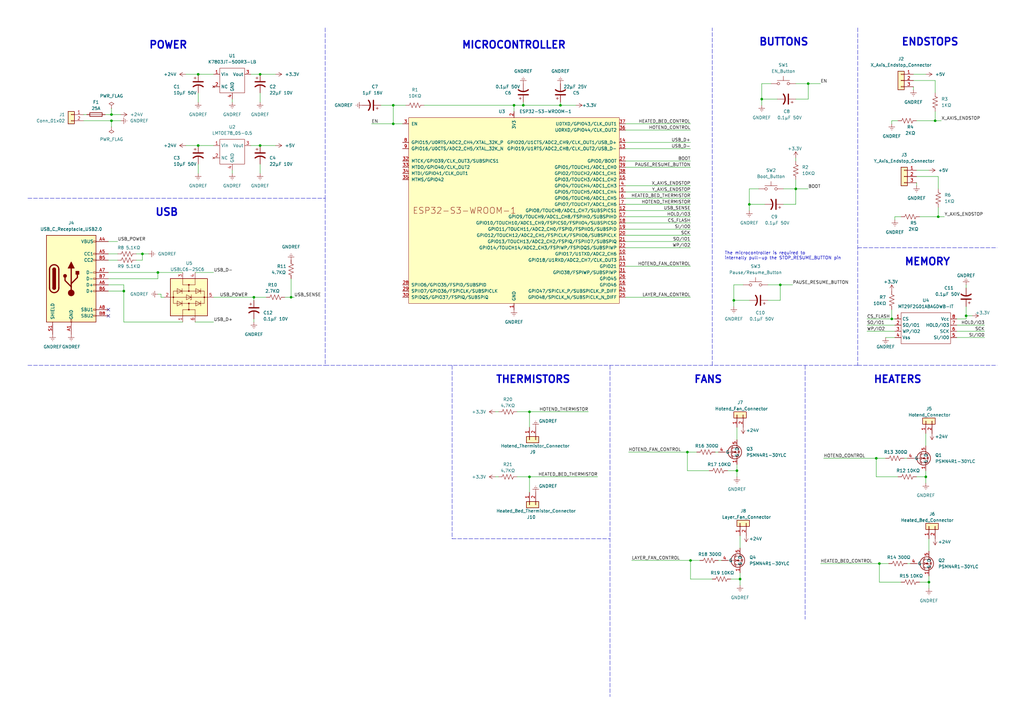
<source format=kicad_sch>
(kicad_sch (version 20230121) (generator eeschema)
  (paper "A3")
  (lib_symbols
    (symbol "Project:+24V" (power) (pin_names (offset 0))
      (property "Value" "+24V" (at 0 3.556 0))
      (symbol "+24V_1_1"
        (pin power_in line (at 0 0 90) (length 0) hide (name "+24V") (number "1"))
      )
    )
    (symbol "Project:+3.3V" (power) (pin_names (offset 0))
      (property "Value" "+3.3V" (at 0 3.556 0))
      (symbol "+3.3V_1_1"
        (pin power_in line (at 0 0 90) (length 0) hide (name "+3.3V") (number "1"))
      )
    )
    (symbol "Project:+5V" (power) (pin_names (offset 0))
      (property "Value" "+5V" (at 0 3.556 0))
      (symbol "+5V_1_1"
        (pin power_in line (at 0 0 90) (length 0) hide (name "+5V") (number "1"))
      )
    )
    (symbol "Project:C_Polarized_US" (pin_numbers hide) (pin_names (offset 0.254) hide)
      (property "Reference" "C" (at 0.635 2.54 0))
      (property "Value" "C_Polarized_US" (at 0.635 -2.54 0))
      (symbol "C_Polarized_US_1_1"
        (pin passive line (at 0 3.81 270) (length 2.794) (name "~") (number "1"))
        (pin passive line (at 0 -3.81 90) (length 3.302) (name "~") (number "2"))
      )
    )
    (symbol "Project:Conn_01x02" (pin_names (offset 1.016) hide)
      (property "Reference" "J" (at 0 2.54 0))
      (property "Value" "Conn_01x02" (at 0 -5.08 0))
      (symbol "Conn_01x02_1_1"
        (pin passive line (at -5.08 0 0) (length 3.81) (name "Pin_1") (number "1"))
        (pin passive line (at -5.08 -2.54 0) (length 3.81) (name "Pin_2") (number "2"))
      )
    )
    (symbol "Project:Conn_01x03" (pin_names (offset 1.016) hide)
      (property "Reference" "J" (at 0 5.08 0))
      (property "Value" "Conn_01x03" (at 0 -5.08 0))
      (symbol "Conn_01x03_1_1"
        (pin passive line (at -5.08 2.54 0) (length 3.81) (name "Pin_1") (number "1"))
        (pin passive line (at -5.08 0 0) (length 3.81) (name "Pin_2") (number "2"))
        (pin passive line (at -5.08 -2.54 0) (length 3.81) (name "Pin_3") (number "3"))
      )
    )
    (symbol "Project:ESP32-S3-WROOM-1" (pin_names (offset 1.016))
      (property "Reference" "U" (at -43.18 43.18 0))
      (property "Value" "ESP32-S3-WROOM-1" (at -43.18 40.64 0))
      (symbol "ESP32-S3-WROOM-1_0_0"
        (text "ESP32-S3-WROOM-1" (at -20.32 0 0) (effects (font (size 2.54 2.54))))
        (pin power_in line (at 0 -40.64 90) (length 2.54) (name "GND") (number "1"))
        (pin bidirectional line (at 45.72 -17.78 180) (length 2.54) (name "GPIO17/U1TXD/ADC2_CH6") (number "10"))
        (pin bidirectional line (at 45.72 -20.32 180) (length 2.54) (name "GPIO18/U1RXD/ADC2_CH7/CLK_OUT3") (number "11"))
        (pin bidirectional line (at 45.72 0 180) (length 2.54) (name "GPIO8/TOUCH8/ADC1_CH7/SUBSPICS1") (number "12"))
        (pin bidirectional line (at 45.72 25.4 180) (length 2.54) (name "GPIO19/U1RTS/ADC2_CH8/CLK_OUT2/USB_D-") (number "13"))
        (pin bidirectional line (at 45.72 27.94 180) (length 2.54) (name "GPIO20/U1CTS/ADC2_CH9/CLK_OUT1/USB_D+") (number "14"))
        (pin bidirectional line (at 45.72 12.7 180) (length 2.54) (name "GPIO3/TOUCH3/ADC1_CH2") (number "15"))
        (pin bidirectional line (at 45.72 -30.48 180) (length 2.54) (name "GPIO46") (number "16"))
        (pin bidirectional line (at 45.72 -2.54 180) (length 2.54) (name "GPIO9/TOUCH9/ADC1_CH8/FSPIHD/SUBSPIHD") (number "17"))
        (pin bidirectional line (at 45.72 -5.08 180) (length 2.54) (name "GPIO10/TOUCH10/ADC1_CH9/FSPICS0/FSPIIO4/SUBSPICS0") (number "18"))
        (pin bidirectional line (at 45.72 -7.62 180) (length 2.54) (name "GPIO11/TOUCH11/ADC2_CH0/FSPID/FSPIIO5/SUBSPID") (number "19"))
        (pin power_in line (at 0 40.64 270) (length 2.54) (name "3V3") (number "2"))
        (pin bidirectional line (at 45.72 -10.16 180) (length 2.54) (name "GPIO12/TOUCH12/ADC2_CH1/FSPICLK/FSPIIO6/SUBSPICLK") (number "20"))
        (pin bidirectional line (at 45.72 -12.7 180) (length 2.54) (name "GPIO13/TOUCH13/ADC2_CH2/FSPIQ/FSPIIO7/SUBSPIQ") (number "21"))
        (pin bidirectional line (at 45.72 -15.24 180) (length 2.54) (name "GPIO14/TOUCH14/ADC2_CH3/FSPIWP/FSPIDQS/SUBSPIWP") (number "22"))
        (pin bidirectional line (at 45.72 -22.86 180) (length 2.54) (name "GPIO21") (number "23"))
        (pin bidirectional line (at 45.72 -33.02 180) (length 2.54) (name "GPIO47/SPICLK_P/SUBSPICLK_P_DIFF") (number "24"))
        (pin bidirectional line (at 45.72 -35.56 180) (length 2.54) (name "GPIO48/SPICLK_N/SUBSPICLK_N_DIFF") (number "25"))
        (pin bidirectional line (at 45.72 -27.94 180) (length 2.54) (name "GPIO45") (number "26"))
        (pin bidirectional line (at 45.72 20.32 180) (length 2.54) (name "GPIO0/BOOT") (number "27"))
        (pin bidirectional line (at -45.72 -30.48 0) (length 2.54) (name "SPIIO6/GPIO35/FSPID/SUBSPID") (number "28"))
        (pin bidirectional line (at -45.72 -33.02 0) (length 2.54) (name "SPIIO7/GPIO36/FSPICLK/SUBSPICLK") (number "29"))
        (pin input line (at -45.72 35.56 0) (length 2.54) (name "EN") (number "3"))
        (pin bidirectional line (at -45.72 -35.56 0) (length 2.54) (name "SPIDQS/GPIO37/FSPIQ/SUBSPIQ") (number "30"))
        (pin bidirectional line (at 45.72 -25.4 180) (length 2.54) (name "GPIO38/FSPIWP/SUBSPIWP") (number "31"))
        (pin bidirectional line (at -45.72 20.32 0) (length 2.54) (name "MTCK/GPIO39/CLK_OUT3/SUBSPICS1") (number "32"))
        (pin bidirectional line (at -45.72 17.78 0) (length 2.54) (name "MTDO/GPIO40/CLK_OUT2") (number "33"))
        (pin bidirectional line (at -45.72 15.24 0) (length 2.54) (name "MTDI/GPIO41/CLK_OUT1") (number "34"))
        (pin bidirectional line (at -45.72 12.7 0) (length 2.54) (name "MTMS/GPIO42") (number "35"))
        (pin bidirectional line (at 45.72 33.02 180) (length 2.54) (name "U0RXD/GPIO44/CLK_OUT2") (number "36"))
        (pin bidirectional line (at 45.72 35.56 180) (length 2.54) (name "U0TXD/GPIO43/CLK_OUT1") (number "37"))
        (pin bidirectional line (at 45.72 15.24 180) (length 2.54) (name "GPIO2/TOUCH2/ADC1_CH1") (number "38"))
        (pin bidirectional line (at 45.72 17.78 180) (length 2.54) (name "GPIO1/TOUCH1/ADC1_CH0") (number "39"))
        (pin bidirectional line (at 45.72 10.16 180) (length 2.54) (name "GPIO4/TOUCH4/ADC1_CH3") (number "4"))
        (pin passive line (at 0 -40.64 90) (length 2.54) hide (name "GND") (number "40"))
        (pin passive line (at 0 -40.64 90) (length 2.54) hide (name "GND") (number "41"))
        (pin bidirectional line (at 45.72 7.62 180) (length 2.54) (name "GPIO5/TOUCH5/ADC1_CH4") (number "5"))
        (pin bidirectional line (at 45.72 5.08 180) (length 2.54) (name "GPIO6/TOUCH6/ADC1_CH5") (number "6"))
        (pin bidirectional line (at 45.72 2.54 180) (length 2.54) (name "GPIO7/TOUCH7/ADC1_CH6") (number "7"))
        (pin bidirectional line (at -45.72 27.94 0) (length 2.54) (name "GPIO15/U0RTS/ADC2_CH4/XTAL_32K_P") (number "8"))
        (pin bidirectional line (at -45.72 25.4 0) (length 2.54) (name "GPIO16/U0CTS/ADC2_CH5/XTAL_32K_N") (number "9"))
      )
    )
    (symbol "Project:Fuse" (pin_numbers hide) (pin_names (offset 0))
      (property "Reference" "F" (at 2.032 0 90))
      (property "Value" "Fuse" (at -1.905 0 90))
      (symbol "Fuse_1_1"
        (pin passive line (at 0 3.81 270) (length 1.27) (name "~") (number "1"))
        (pin passive line (at 0 -3.81 90) (length 1.27) (name "~") (number "2"))
      )
    )
    (symbol "Project:GNDREF" (power) (pin_names (offset 0))
      (property "Value" "GNDREF" (at 0 -3.81 0))
      (symbol "GNDREF_1_1"
        (pin power_in line (at 0 0 270) (length 0) hide (name "GNDREF") (number "1"))
      )
    )
    (symbol "Project:K7803JT-500R3-LB"
      (property "Reference" "U" (at 0 10.16 0))
      (property "Value" "K7803JT-500R3-LB" (at 0 7.62 0))
      (symbol "K7803JT-500R3-LB_1_1"
        (pin power_in line (at -7.62 2.54 0) (length 2.54) (name "Vin") (number "1"))
        (pin no_connect line (at -7.62 -2.54 0) (length 2.54) (name "NC") (number "2"))
        (pin power_out line (at 7.62 2.54 180) (length 2.54) (name "Vout") (number "3"))
        (pin power_in line (at 0 -7.62 90) (length 2.54) (name "GND") (number "4"))
      )
    )
    (symbol "Project:LMTOE78_05-0.5"
      (property "Reference" "U" (at 0 8.89 0))
      (property "Value" "LMTOE78_05-0.5" (at 0 6.35 0))
      (symbol "LMTOE78_05-0.5_1_1"
        (pin power_in line (at -7.62 2.54 0) (length 2.54) (name "Vin") (number "1"))
        (pin no_connect line (at -7.62 -2.54 0) (length 2.54) (name "NC") (number "2"))
        (pin power_out line (at 7.62 2.54 180) (length 2.54) (name "Vout") (number "3"))
        (pin power_in line (at 0 -7.62 90) (length 2.54) (name "GND") (number "4"))
      )
    )
    (symbol "Project:MT29F2G01ABAGDWB-IT"
      (property "Reference" "U" (at 0 10.16 0))
      (property "Value" "MT29F2G01ABAGDWB-IT" (at 0 7.62 0))
      (symbol "MT29F2G01ABAGDWB-IT_1_1"
        (pin input line (at -12.7 2.54 0) (length 2.54) (name "CS") (number "1"))
        (pin bidirectional line (at -12.7 0 0) (length 2.54) (name "SO/IO1") (number "2"))
        (pin bidirectional line (at -12.7 -2.54 0) (length 2.54) (name "WP/IO2") (number "3"))
        (pin power_in line (at -12.7 -5.08 0) (length 2.54) (name "Vss") (number "4"))
        (pin bidirectional line (at 12.7 -5.08 180) (length 2.54) (name "SI/IO0") (number "5"))
        (pin input line (at 12.7 -2.54 180) (length 2.54) (name "SCK") (number "6"))
        (pin bidirectional line (at 12.7 0 180) (length 2.54) (name "HOLD/IO3") (number "7"))
        (pin power_in line (at 12.7 2.54 180) (length 2.54) (name "Vcc") (number "8"))
      )
    )
    (symbol "Project:PSMN4R1-30YLC"
      (property "Reference" "Q" (at 6.35 2.54 0))
      (property "Value" "PSMN4R1-30YLC" (at 13.97 0 0))
      (symbol "PSMN4R1-30YLC_1_1"
        (pin passive line (at 2.54 -5.08 90) (length 2.54) (name "S") (number "1"))
        (pin passive line (at 2.54 -5.08 90) (length 2.54) hide (name "S") (number "2"))
        (pin passive line (at 2.54 -5.08 90) (length 2.54) hide (name "S") (number "3"))
        (pin passive line (at -5.08 0 0) (length 2.54) (name "G") (number "4"))
        (pin passive line (at 2.54 5.08 270) (length 2.54) (name "D") (number "5"))
      )
    )
    (symbol "Project:PWR_FLAG" (power) (pin_numbers hide) (pin_names (offset 0) hide)
      (property "Value" "PWR_FLAG" (at 0 3.81 0))
      (symbol "PWR_FLAG_0_0"
        (pin power_out line (at 0 0 90) (length 0) (name "pwr") (number "1"))
      )
    )
    (symbol "Project:R_US" (pin_numbers hide) (pin_names (offset 0))
      (property "Reference" "R" (at 2.54 0 90))
      (property "Value" "R_US" (at -2.54 0 90))
      (symbol "R_US_1_1"
        (pin passive line (at 0 3.81 270) (length 1.27) (name "~") (number "1"))
        (pin passive line (at 0 -3.81 90) (length 1.27) (name "~") (number "2"))
      )
    )
    (symbol "Project:SW_Push" (pin_numbers hide) (pin_names (offset 1.016) hide)
      (property "Reference" "SW" (at 1.27 2.54 0))
      (property "Value" "SW_Push" (at 0 -1.524 0))
      (symbol "SW_Push_0_1"
        (pin passive line (at -5.08 0 0) (length 2.54) (name "1") (number "1"))
        (pin passive line (at 5.08 0 180) (length 2.54) (name "2") (number "2"))
      )
    )
    (symbol "Project:USBLC6-2SC6" (pin_names hide)
      (property "Reference" "U" (at 2.54 8.89 0))
      (property "Value" "USBLC6-2SC6" (at 2.54 -8.89 0))
      (symbol "USBLC6-2SC6_1_1"
        (pin passive line (at -10.16 -2.54 0) (length 2.54) (name "I/O1") (number "1"))
        (pin passive line (at 0 -10.16 90) (length 2.54) (name "GND") (number "2"))
        (pin passive line (at 10.16 -2.54 180) (length 2.54) (name "I/O2") (number "3"))
        (pin passive line (at 10.16 2.54 180) (length 2.54) (name "I/O2") (number "4"))
        (pin passive line (at 0 10.16 270) (length 2.54) (name "VBUS") (number "5"))
        (pin passive line (at -10.16 2.54 0) (length 2.54) (name "I/O1") (number "6"))
      )
    )
    (symbol "Project:USB_C_Receptacle_USB2.0" (pin_names (offset 1.016))
      (property "Reference" "J" (at -10.16 19.05 0))
      (property "Value" "USB_C_Receptacle_USB2.0" (at 19.05 19.05 0))
      (symbol "USB_C_Receptacle_USB2.0_1_1"
        (pin passive line (at 0 -22.86 90) (length 5.08) (name "GND") (number "A1"))
        (pin passive line (at 0 -22.86 90) (length 5.08) hide (name "GND") (number "A12"))
        (pin passive line (at 15.24 15.24 180) (length 5.08) (name "VBUS") (number "A4"))
        (pin bidirectional line (at 15.24 10.16 180) (length 5.08) (name "CC1") (number "A5"))
        (pin bidirectional line (at 15.24 -2.54 180) (length 5.08) (name "D+") (number "A6"))
        (pin bidirectional line (at 15.24 2.54 180) (length 5.08) (name "D-") (number "A7"))
        (pin bidirectional line (at 15.24 -12.7 180) (length 5.08) (name "SBU1") (number "A8"))
        (pin passive line (at 15.24 15.24 180) (length 5.08) hide (name "VBUS") (number "A9"))
        (pin passive line (at 0 -22.86 90) (length 5.08) hide (name "GND") (number "B1"))
        (pin passive line (at 0 -22.86 90) (length 5.08) hide (name "GND") (number "B12"))
        (pin passive line (at 15.24 15.24 180) (length 5.08) hide (name "VBUS") (number "B4"))
        (pin bidirectional line (at 15.24 7.62 180) (length 5.08) (name "CC2") (number "B5"))
        (pin bidirectional line (at 15.24 -5.08 180) (length 5.08) (name "D+") (number "B6"))
        (pin bidirectional line (at 15.24 0 180) (length 5.08) (name "D-") (number "B7"))
        (pin bidirectional line (at 15.24 -15.24 180) (length 5.08) (name "SBU2") (number "B8"))
        (pin passive line (at 15.24 15.24 180) (length 5.08) hide (name "VBUS") (number "B9"))
        (pin passive line (at -7.62 -22.86 90) (length 5.08) (name "SHIELD") (number "S1"))
      )
    )
  )
  (junction (at 106.68 30.48))
  (junction (at 217.17 195.58))
  (junction (at 50.8 119.38))
  (junction (at 331.47 34.29))
  (junction (at 307.34 83.82))
  (junction (at 64.77 111.76))
  (junction (at 45.72 46.99))
  (junction (at 45.72 49.53))
  (junction (at 104.14 121.92))
  (junction (at 210.82 43.18))
  (junction (at 119.38 121.92))
  (junction (at 161.29 43.18))
  (junction (at 365.76 130.81))
  (junction (at 396.24 129.54))
  (junction (at 229.87 43.18))
  (junction (at 283.21 229.87))
  (junction (at 381 238.76))
  (junction (at 384.81 88.9))
  (junction (at 379.73 195.58))
  (junction (at 360.68 231.14))
  (junction (at 312.42 40.64))
  (junction (at 300.99 123.19))
  (junction (at 303.53 237.49))
  (junction (at 326.39 77.47))
  (junction (at 281.94 185.42))
  (junction (at 383.54 49.53))
  (junction (at 359.41 187.96))
  (junction (at 106.68 59.69))
  (junction (at 302.26 193.04))
  (junction (at 81.28 30.48))
  (junction (at 217.17 168.91))
  (junction (at 161.29 50.8))
  (junction (at 58.42 104.14))
  (junction (at 320.04 116.84))
  (junction (at 214.63 43.18))
  (junction (at 81.28 59.69))
  (no_connect (at 44.45 129.54))
  (no_connect (at 44.45 127))
  (wire (pts (xy 360.68 238.76) (xy 360.68 231.14)))
  (wire (pts (xy 256.54 66.04) (xy 283.21 66.04)))
  (wire (pts (xy 365.76 130.81) (xy 367.03 130.81)))
  (wire (pts (xy 396.24 116.84) (xy 396.24 118.11)))
  (wire (pts (xy 283.21 229.87) (xy 287.02 229.87)))
  (wire (pts (xy 104.14 123.19) (xy 104.14 121.92)))
  (wire (pts (xy 67.31 121.92) (xy 66.04 121.92)))
  (wire (pts (xy 87.63 121.92) (xy 104.14 121.92)))
  (wire (pts (xy 161.29 43.18) (xy 166.37 43.18)))
  (wire (pts (xy 161.29 50.8) (xy 161.29 43.18)))
  (wire (pts (xy 256.54 93.98) (xy 283.21 93.98)))
  (wire (pts (xy 369.57 238.76) (xy 360.68 238.76)))
  (wire (pts (xy 337.82 187.96) (xy 359.41 187.96)))
  (wire (pts (xy 34.29 46.99) (xy 35.56 46.99)))
  (wire (pts (xy 375.92 72.39) (xy 384.81 72.39)))
  (polyline (pts (xy 133.35 81.28) (xy 133.35 149.86)) (stroke (width 0) (type dash)))
  (wire (pts (xy 64.77 114.3) (xy 64.77 111.76)))
  (polyline (pts (xy 351.79 149.86) (xy 408.94 149.86)) (stroke (width 0) (type dash)))
  (wire (pts (xy 81.28 30.48) (xy 87.63 30.48)))
  (wire (pts (xy 368.3 195.58) (xy 359.41 195.58)))
  (wire (pts (xy 320.04 123.19) (xy 320.04 116.84)))
  (wire (pts (xy 379.73 177.8) (xy 379.73 182.88)))
  (wire (pts (xy 321.31 77.47) (xy 326.39 77.47)))
  (wire (pts (xy 281.94 193.04) (xy 281.94 185.42)))
  (wire (pts (xy 374.65 33.02) (xy 383.54 33.02)))
  (wire (pts (xy 292.1 237.49) (xy 283.21 237.49)))
  (wire (pts (xy 256.54 88.9) (xy 283.21 88.9)))
  (wire (pts (xy 384.81 72.39) (xy 384.81 77.47)))
  (wire (pts (xy 256.54 81.28) (xy 283.21 81.28)))
  (wire (pts (xy 300.99 116.84) (xy 304.8 116.84)))
  (wire (pts (xy 256.54 68.58) (xy 283.21 68.58)))
  (polyline (pts (xy 351.79 101.6) (xy 408.94 101.6)) (stroke (width 0) (type dash)))
  (wire (pts (xy 336.55 231.14) (xy 360.68 231.14)))
  (wire (pts (xy 44.45 106.68) (xy 48.26 106.68)))
  (wire (pts (xy 307.34 77.47) (xy 311.15 77.47)))
  (wire (pts (xy 214.63 41.91) (xy 214.63 43.18)))
  (polyline (pts (xy 11.43 149.86) (xy 133.35 149.86)) (stroke (width 0) (type dash)))
  (polyline (pts (xy 11.43 81.28) (xy 133.35 81.28)) (stroke (width 0) (type dash)))
  (wire (pts (xy 375.92 49.53) (xy 383.54 49.53)))
  (wire (pts (xy 281.94 185.42) (xy 285.75 185.42)))
  (wire (pts (xy 326.39 73.66) (xy 326.39 77.47)))
  (wire (pts (xy 152.4 50.8) (xy 161.29 50.8)))
  (wire (pts (xy 58.42 104.14) (xy 60.96 104.14)))
  (wire (pts (xy 365.76 127) (xy 365.76 130.81)))
  (wire (pts (xy 102.87 59.69) (xy 106.68 59.69)))
  (wire (pts (xy 302.26 175.26) (xy 302.26 180.34)))
  (wire (pts (xy 256.54 76.2) (xy 283.21 76.2)))
  (wire (pts (xy 355.6 135.89) (xy 367.03 135.89)))
  (wire (pts (xy 76.2 59.69) (xy 81.28 59.69)))
  (wire (pts (xy 396.24 125.73) (xy 396.24 129.54)))
  (wire (pts (xy 34.29 49.53) (xy 45.72 49.53)))
  (wire (pts (xy 66.04 120.65) (xy 64.77 120.65)))
  (wire (pts (xy 256.54 83.82) (xy 283.21 83.82)))
  (wire (pts (xy 367.03 88.9) (xy 369.57 88.9)))
  (wire (pts (xy 392.43 133.35) (xy 403.86 133.35)))
  (wire (pts (xy 44.45 119.38) (xy 50.8 119.38)))
  (wire (pts (xy 372.11 231.14) (xy 373.38 231.14)))
  (wire (pts (xy 375.92 74.93) (xy 375.92 76.2)))
  (wire (pts (xy 331.47 34.29) (xy 336.55 34.29)))
  (wire (pts (xy 302.26 190.5) (xy 302.26 193.04)))
  (wire (pts (xy 212.09 195.58) (xy 217.17 195.58)))
  (wire (pts (xy 303.53 219.71) (xy 303.53 224.79)))
  (wire (pts (xy 326.39 40.64) (xy 331.47 40.64)))
  (wire (pts (xy 81.28 38.1) (xy 81.28 41.91)))
  (wire (pts (xy 256.54 50.8) (xy 283.21 50.8)))
  (wire (pts (xy 44.45 99.06) (xy 48.26 99.06)))
  (wire (pts (xy 256.54 78.74) (xy 283.21 78.74)))
  (wire (pts (xy 64.77 111.76) (xy 74.93 111.76)))
  (wire (pts (xy 256.54 121.92) (xy 283.21 121.92)))
  (wire (pts (xy 106.68 30.48) (xy 113.03 30.48)))
  (wire (pts (xy 217.17 168.91) (xy 217.17 175.26)))
  (wire (pts (xy 290.83 193.04) (xy 281.94 193.04)))
  (wire (pts (xy 314.96 123.19) (xy 320.04 123.19)))
  (polyline (pts (xy 292.1 149.86) (xy 292.1 11.43)) (stroke (width 0) (type dash)))
  (wire (pts (xy 302.26 193.04) (xy 302.26 195.58)))
  (wire (pts (xy 370.84 187.96) (xy 372.11 187.96)))
  (wire (pts (xy 314.96 116.84) (xy 320.04 116.84)))
  (polyline (pts (xy 185.42 220.98) (xy 250.19 220.98)) (stroke (width 0) (type dash)))
  (wire (pts (xy 256.54 58.42) (xy 283.21 58.42)))
  (wire (pts (xy 104.14 130.81) (xy 104.14 132.08)))
  (wire (pts (xy 298.45 193.04) (xy 302.26 193.04)))
  (wire (pts (xy 256.54 109.22) (xy 283.21 109.22)))
  (wire (pts (xy 203.2 195.58) (xy 204.47 195.58)))
  (wire (pts (xy 106.68 67.31) (xy 106.68 71.12)))
  (wire (pts (xy 50.8 119.38) (xy 50.8 132.08)))
  (wire (pts (xy 398.78 129.54) (xy 396.24 129.54)))
  (wire (pts (xy 379.73 195.58) (xy 379.73 198.12)))
  (wire (pts (xy 374.65 30.48) (xy 379.73 30.48)))
  (wire (pts (xy 381 236.22) (xy 381 238.76)))
  (wire (pts (xy 396.24 129.54) (xy 396.24 130.81)))
  (wire (pts (xy 294.64 229.87) (xy 295.91 229.87)))
  (wire (pts (xy 256.54 101.6) (xy 283.21 101.6)))
  (wire (pts (xy 326.39 64.77) (xy 326.39 66.04)))
  (wire (pts (xy 81.28 59.69) (xy 87.63 59.69)))
  (wire (pts (xy 217.17 195.58) (xy 245.11 195.58)))
  (wire (pts (xy 300.99 116.84) (xy 300.99 123.19)))
  (wire (pts (xy 217.17 195.58) (xy 217.17 201.93)))
  (wire (pts (xy 307.34 83.82) (xy 313.69 83.82)))
  (wire (pts (xy 257.81 185.42) (xy 281.94 185.42)))
  (wire (pts (xy 116.84 121.92) (xy 119.38 121.92)))
  (wire (pts (xy 300.99 123.19) (xy 300.99 125.73)))
  (wire (pts (xy 58.42 106.68) (xy 58.42 104.14)))
  (wire (pts (xy 392.43 138.43) (xy 403.86 138.43)))
  (wire (pts (xy 384.81 88.9) (xy 387.35 88.9)))
  (wire (pts (xy 367.03 90.17) (xy 367.03 88.9)))
  (wire (pts (xy 392.43 130.81) (xy 396.24 130.81)))
  (wire (pts (xy 119.38 121.92) (xy 120.65 121.92)))
  (polyline (pts (xy 330.2 149.86) (xy 330.2 254)) (stroke (width 0) (type dash)))
  (wire (pts (xy 326.39 83.82) (xy 326.39 77.47)))
  (polyline (pts (xy 133.35 149.86) (xy 292.1 149.86)) (stroke (width 0) (type dash)))
  (wire (pts (xy 217.17 168.91) (xy 241.3 168.91)))
  (wire (pts (xy 360.68 231.14) (xy 364.49 231.14)))
  (wire (pts (xy 256.54 91.44) (xy 283.21 91.44)))
  (wire (pts (xy 256.54 96.52) (xy 283.21 96.52)))
  (wire (pts (xy 50.8 132.08) (xy 74.93 132.08)))
  (polyline (pts (xy 250.19 149.86) (xy 250.19 285.75)) (stroke (width 0) (type dash)))
  (wire (pts (xy 44.45 111.76) (xy 64.77 111.76)))
  (wire (pts (xy 212.09 168.91) (xy 217.17 168.91)))
  (wire (pts (xy 293.37 185.42) (xy 294.64 185.42)))
  (wire (pts (xy 44.45 116.84) (xy 50.8 116.84)))
  (wire (pts (xy 283.21 237.49) (xy 283.21 229.87)))
  (polyline (pts (xy 185.42 149.86) (xy 185.42 220.98)) (stroke (width 0) (type dash)))
  (wire (pts (xy 312.42 34.29) (xy 312.42 40.64)))
  (wire (pts (xy 80.01 132.08) (xy 87.63 132.08)))
  (wire (pts (xy 203.2 168.91) (xy 204.47 168.91)))
  (wire (pts (xy 106.68 59.69) (xy 113.03 59.69)))
  (polyline (pts (xy 133.35 11.43) (xy 133.35 81.28)) (stroke (width 0) (type dash)))
  (wire (pts (xy 384.81 85.09) (xy 384.81 88.9)))
  (wire (pts (xy 55.88 104.14) (xy 58.42 104.14)))
  (wire (pts (xy 365.76 50.8) (xy 365.76 49.53)))
  (wire (pts (xy 375.92 195.58) (xy 379.73 195.58)))
  (wire (pts (xy 383.54 33.02) (xy 383.54 38.1)))
  (wire (pts (xy 320.04 116.84) (xy 325.12 116.84)))
  (wire (pts (xy 377.19 88.9) (xy 384.81 88.9)))
  (wire (pts (xy 156.21 43.18) (xy 161.29 43.18)))
  (wire (pts (xy 256.54 53.34) (xy 283.21 53.34)))
  (wire (pts (xy 312.42 40.64) (xy 312.42 43.18)))
  (wire (pts (xy 229.87 41.91) (xy 229.87 43.18)))
  (polyline (pts (xy 351.79 11.43) (xy 351.79 149.86)) (stroke (width 0) (type dash)))
  (wire (pts (xy 45.72 49.53) (xy 45.72 52.07)))
  (wire (pts (xy 44.45 104.14) (xy 48.26 104.14)))
  (wire (pts (xy 256.54 60.96) (xy 283.21 60.96)))
  (wire (pts (xy 102.87 30.48) (xy 106.68 30.48)))
  (wire (pts (xy 44.45 114.3) (xy 64.77 114.3)))
  (wire (pts (xy 312.42 34.29) (xy 316.23 34.29)))
  (wire (pts (xy 377.19 238.76) (xy 381 238.76)))
  (wire (pts (xy 45.72 49.53) (xy 49.53 49.53)))
  (wire (pts (xy 81.28 67.31) (xy 81.28 71.12)))
  (wire (pts (xy 43.18 46.99) (xy 45.72 46.99)))
  (wire (pts (xy 95.25 69.85) (xy 95.25 71.12)))
  (wire (pts (xy 355.6 133.35) (xy 367.03 133.35)))
  (wire (pts (xy 95.25 40.64) (xy 95.25 41.91)))
  (wire (pts (xy 236.22 43.18) (xy 229.87 43.18)))
  (wire (pts (xy 326.39 34.29) (xy 331.47 34.29)))
  (wire (pts (xy 303.53 237.49) (xy 303.53 240.03)))
  (wire (pts (xy 300.99 123.19) (xy 307.34 123.19)))
  (wire (pts (xy 331.47 40.64) (xy 331.47 34.29)))
  (wire (pts (xy 307.34 83.82) (xy 307.34 86.36)))
  (wire (pts (xy 299.72 237.49) (xy 303.53 237.49)))
  (wire (pts (xy 106.68 38.1) (xy 106.68 41.91)))
  (wire (pts (xy 307.34 77.47) (xy 307.34 83.82)))
  (wire (pts (xy 173.99 43.18) (xy 210.82 43.18)))
  (wire (pts (xy 80.01 111.76) (xy 87.63 111.76)))
  (wire (pts (xy 256.54 99.06) (xy 283.21 99.06)))
  (wire (pts (xy 50.8 116.84) (xy 50.8 119.38)))
  (wire (pts (xy 76.2 30.48) (xy 81.28 30.48)))
  (wire (pts (xy 119.38 121.92) (xy 119.38 114.3)))
  (wire (pts (xy 45.72 46.99) (xy 49.53 46.99)))
  (wire (pts (xy 312.42 40.64) (xy 318.77 40.64)))
  (wire (pts (xy 381 220.98) (xy 381 226.06)))
  (wire (pts (xy 66.04 121.92) (xy 66.04 120.65)))
  (wire (pts (xy 383.54 45.72) (xy 383.54 49.53)))
  (wire (pts (xy 375.92 69.85) (xy 381 69.85)))
  (wire (pts (xy 45.72 44.45) (xy 45.72 46.99)))
  (wire (pts (xy 326.39 77.47) (xy 331.47 77.47)))
  (wire (pts (xy 321.31 83.82) (xy 326.39 83.82)))
  (wire (pts (xy 256.54 86.36) (xy 283.21 86.36)))
  (wire (pts (xy 383.54 49.53) (xy 386.08 49.53)))
  (wire (pts (xy 104.14 121.92) (xy 109.22 121.92)))
  (wire (pts (xy 165.1 50.8) (xy 161.29 50.8)))
  (wire (pts (xy 210.82 43.18) (xy 210.82 45.72)))
  (wire (pts (xy 365.76 49.53) (xy 368.3 49.53)))
  (wire (pts (xy 363.22 138.43) (xy 367.03 138.43)))
  (wire (pts (xy 229.87 43.18) (xy 214.63 43.18)))
  (wire (pts (xy 392.43 135.89) (xy 403.86 135.89)))
  (wire (pts (xy 55.88 106.68) (xy 58.42 106.68)))
  (wire (pts (xy 374.65 35.56) (xy 374.65 36.83)))
  (wire (pts (xy 379.73 193.04) (xy 379.73 195.58)))
  (wire (pts (xy 359.41 187.96) (xy 363.22 187.96)))
  (wire (pts (xy 303.53 234.95) (xy 303.53 237.49)))
  (wire (pts (xy 259.08 229.87) (xy 283.21 229.87)))
  (wire (pts (xy 359.41 195.58) (xy 359.41 187.96)))
  (wire (pts (xy 355.6 130.81) (xy 365.76 130.81)))
  (polyline (pts (xy 351.79 149.86) (xy 292.1 149.86)) (stroke (width 0) (type dash)))
  (wire (pts (xy 381 238.76) (xy 381 241.3)))
  (wire (pts (xy 210.82 43.18) (xy 214.63 43.18)))
  (text "FANS" (at 284.48 157.48 0) (effects (font (size 3 3) bold) (justify left bottom)))
  (text "USB" (at 63.5 88.9 0) (effects (font (size 3 3) bold) (justify left bottom)))
  (text "The microcontroller is required to\ninternally pull-up the STOP_RESUME_BUTTON pin" (at 297.18 106.68 0) (effects (font (size 1.27 1.27)) (justify left bottom)))
  (text "MICROCONTROLLER" (at 189.23 20.32 0) (effects (font (size 3 3) bold) (justify left bottom)))
  (text "ENDSTOPS" (at 369.57 19.05 0) (effects (font (size 3 3) bold) (justify left bottom)))
  (text "HEATERS" (at 358.14 157.48 0) (effects (font (size 3 3) bold) (justify left bottom)))
  (text "BUTTONS" (at 311.15 19.05 0) (effects (font (size 3 3) bold) (justify left bottom)))
  (text "MEMORY" (at 370.84 109.22 0) (effects (font (size 3 3) bold) (justify left bottom)))
  (text "THERMISTORS" (at 203.2 157.48 0) (effects (font (size 3 3) bold) (justify left bottom)))
  (text "POWER" (at 60.96 20.32 0) (effects (font (size 3 3) bold) (justify left bottom)))
  (label "HEATED_BED_CONTROL" (at 283.21 50.8 180))
  (label "USB_D-" (at 283.21 60.96 180))
  (label "SO{slash}IO1" (at 355.6 133.35 0))
  (label "USB_POWER" (at 48.26 99.06 0))
  (label "USB_D-" (at 87.63 111.76 0))
  (label "LAYER_FAN_CONTROL" (at 283.21 121.92 180))
  (label "SCK" (at 283.21 96.52 180))
  (label "WP{slash}IO2" (at 355.6 135.89 0))
  (label "BOOT" (at 283.21 66.04 180))
  (label "HOTEND_FAN_CONTROL" (at 283.21 109.22 180))
  (label "HOTEND_CONTROL" (at 337.82 187.96 0))
  (label "SI{slash}IO0" (at 283.21 93.98 180))
  (label "SO{slash}IO1" (at 283.21 99.06 180))
  (label "X_AXIS_ENDSTOP" (at 386.08 49.53 0))
  (label "CS_FLASH" (at 283.21 91.44 180))
  (label "X_AXIS_ENDSTOP" (at 283.21 76.2 180))
  (label "HOLD{slash}IO3" (at 283.21 88.9 180))
  (label "HOTEND_THERMISTOR" (at 241.3 168.91 180))
  (label "WP{slash}IO2" (at 283.21 101.6 180))
  (label "HEATED_BED_THERMISTOR" (at 245.11 195.58 180))
  (label "HEATED_BED_CONTROL" (at 336.55 231.14 0))
  (label "USB_POWER" (at 90.17 121.92 0))
  (label "USB_D+" (at 283.21 58.42 180))
  (label "USB_SENSE" (at 283.21 86.36 180))
  (label "BOOT" (at 331.47 77.47 0))
  (label "LAYER_FAN_CONTROL" (at 259.08 229.87 0))
  (label "USB_SENSE" (at 120.65 121.92 0))
  (label "PAUSE_RESUME_BUTTON" (at 325.12 116.84 0))
  (label "HOTEND_THERMISTOR" (at 283.21 83.82 180))
  (label "EN" (at 152.4 50.8 0))
  (label "EN" (at 336.55 34.29 0))
  (label "Y_AXIS_ENDSTOP" (at 387.35 88.9 0))
  (label "CS_FLASH" (at 355.6 130.81 0))
  (label "HOTEND_FAN_CONTROL" (at 257.81 185.42 0))
  (label "HOLD{slash}IO3" (at 403.86 133.35 180))
  (label "HEATED_BED_THERMISTOR" (at 283.21 81.28 180))
  (label "PAUSE_RESUME_BUTTON" (at 283.21 68.58 180))
  (label "SI{slash}IO0" (at 403.86 138.43 180))
  (label "USB_D+" (at 87.63 132.08 0))
  (label "Y_AXIS_ENDSTOP" (at 283.21 78.74 180))
  (label "HOTEND_CONTROL" (at 283.21 53.34 180))
  (label "SCK" (at 403.86 135.89 180))
  (symbol (lib_id "Project:PWR_FLAG") (at 45.72 52.07 0) (mirror x) (unit 1)
    (property "Reference" "#FLG02" (effects hide))
    (property "Value" "PWR_FLAG" (at 45.72 57.15 0))
  )
  (symbol (lib_id "Project:Conn_01x02") (at 379.73 172.72 90) (unit 1)
    (property "Reference" "J5" (at 382.27 167.64 90) (effects (justify left)))
    (property "Value" "Hotend_Connector" (at 389.89 170.18 90) (effects (justify left)))
  )
  (symbol (lib_id "Project:+3.3V") (at 203.2 168.91 90) (unit 1)
    (property "Reference" "#PWR046" (effects hide))
    (property "Value" "+3.3V" (at 199.39 168.91 90) (effects (justify left)))
  )
  (symbol (lib_id "Project:GNDREF") (at 219.71 175.26 180) (unit 1)
    (property "Reference" "#PWR047" (effects hide))
    (property "Value" "GNDREF" (at 224.79 172.72 0))
  )
  (symbol (lib_id "Project:GNDREF") (at 104.14 132.08 0) (unit 1)
    (property "Reference" "#PWR036" (effects hide))
    (property "Value" "GNDREF" (at 104.14 137.16 0))
  )
  (symbol (lib_id "Project:R_US") (at 372.11 49.53 270) (unit 1)
    (property "Reference" "R4" (at 373.38 52.07 90))
    (property "Value" "2KΩ" (at 373.38 54.61 90))
  )
  (symbol (lib_id "Project:GNDREF") (at 363.22 138.43 0) (mirror y) (unit 1)
    (property "Reference" "#PWR030" (effects hide))
    (property "Value" "GNDREF" (at 363.22 142.24 0))
  )
  (symbol (lib_id "Project:+3.3V") (at 236.22 43.18 270) (mirror x) (unit 1)
    (property "Reference" "#PWR013" (effects hide))
    (property "Value" "+3.3V" (at 238.76 43.18 90) (effects (justify left)))
  )
  (symbol (lib_id "Project:GNDREF") (at 365.76 50.8 0) (mirror y) (unit 1)
    (property "Reference" "#PWR024" (effects hide))
    (property "Value" "GNDREF" (at 365.76 55.88 0))
  )
  (symbol (lib_id "Project:GNDREF") (at 396.24 116.84 0) (mirror x) (unit 1)
    (property "Reference" "#PWR029" (effects hide))
    (property "Value" "GNDREF" (at 396.24 113.03 0))
  )
  (symbol (lib_id "Project:+5V") (at 113.03 59.69 270) (unit 1)
    (property "Reference" "#PWR012" (effects hide))
    (property "Value" "+5V" (at 116.84 59.69 90) (effects (justify left)))
  )
  (symbol (lib_id "Project:GNDREF") (at 81.28 41.91 0) (unit 1)
    (property "Reference" "#PWR05" (effects hide))
    (property "Value" "GNDREF" (at 81.28 46.99 0))
  )
  (symbol (lib_id "Project:GNDREF") (at 379.73 198.12 0) (unit 1)
    (property "Reference" "#PWR038" (effects hide))
    (property "Value" "GNDREF" (at 379.73 203.2 0))
  )
  (symbol (lib_id "Project:R_US") (at 295.91 237.49 90) (unit 1)
    (property "Reference" "R19" (at 293.37 234.95 90))
    (property "Value" "10KΩ" (at 298.45 234.95 90))
  )
  (symbol (lib_id "Project:R_US") (at 113.03 121.92 270) (unit 1)
    (property "Reference" "R10" (at 111.76 116.84 90))
    (property "Value" "2.7KΩ" (at 111.76 119.38 90))
  )
  (symbol (lib_id "Project:C_Polarized_US") (at 214.63 38.1 0) (mirror x) (unit 1)
    (property "Reference" "C6" (at 207.01 38.1 0) (effects (justify left)))
    (property "Value" "0.1µF 50V" (at 203.2 35.56 0) (effects (justify left)))
  )
  (symbol (lib_id "Project:MT29F2G01ABAGDWB-IT") (at 379.73 133.35 0) (unit 1)
    (property "Reference" "U4" (at 379.73 123.19 0))
    (property "Value" "MT29F2G01ABAGDWB-IT" (at 379.73 125.73 0))
    (property "Datasheet" "https://datasheet.lcsc.com/lcsc/1912111437_Micron-Tech-MT29F2G01ABAGDWB-IT-G_C410863.pdf" (effects hide))
  )
  (symbol (lib_id "Project:C_Polarized_US") (at 106.68 63.5 0) (unit 1)
    (property "Reference" "C4" (at 110.49 64.77 0) (effects (justify left)))
    (property "Value" "22µF 10V" (at 110.49 67.31 0) (effects (justify left)))
  )
  (symbol (lib_id "Project:C_Polarized_US") (at 81.28 34.29 0) (unit 1)
    (property "Reference" "C1" (at 71.12 35.56 0) (effects (justify left)))
    (property "Value" "10µF 50V" (at 71.12 38.1 0) (effects (justify left)))
  )
  (symbol (lib_id "Project:R_US") (at 170.18 43.18 90) (unit 1)
    (property "Reference" "R1" (at 170.18 36.83 90))
    (property "Value" "10KΩ" (at 170.18 39.37 90))
  )
  (symbol (lib_id "Project:USB_C_Receptacle_USB2.0") (at 29.21 114.3 0) (unit 1)
    (property "Reference" "J4" (at 29.21 91.44 0))
    (property "Value" "USB_C_Receptacle_USB2.0" (at 29.21 93.98 0))
    (property "Datasheet" "https://www.usb.org/sites/default/files/documents/usb_type-c.zip" (effects hide))
  )
  (symbol (lib_id "Project:R_US") (at 52.07 104.14 90) (unit 1)
    (property "Reference" "R8" (at 49.53 101.6 90))
    (property "Value" "5.1KΩ" (at 54.61 101.6 90))
  )
  (symbol (lib_id "Project:GNDREF") (at 60.96 104.14 90) (unit 1)
    (property "Reference" "#PWR034" (effects hide))
    (property "Value" "GNDREF" (at 64.77 104.14 90) (effects (justify right)))
  )
  (symbol (lib_id "Project:C_Polarized_US") (at 152.4 43.18 270) (mirror x) (unit 1)
    (property "Reference" "C7" (at 152.4 35.56 90) (effects (justify left)))
    (property "Value" "1µF 16V" (at 148.59 38.1 90) (effects (justify left)))
  )
  (symbol (lib_id "Project:Conn_01x02") (at 217.17 207.01 90) (mirror x) (unit 1)
    (property "Reference" "J10" (at 219.71 212.09 90) (effects (justify left)))
    (property "Value" "Heated_Bed_Thermistor_Connector" (at 236.22 209.55 90) (effects (justify left)))
  )
  (symbol (lib_id "Project:+3.3V") (at 326.39 64.77 0) (mirror y) (unit 1)
    (property "Reference" "#PWR020" (effects hide))
    (property "Value" "+3.3V" (at 328.93 60.96 0) (effects (justify left)))
  )
  (symbol (lib_id "Project:R_US") (at 372.11 195.58 90) (unit 1)
    (property "Reference" "R12" (at 369.57 193.04 90))
    (property "Value" "10KΩ" (at 374.65 193.04 90))
  )
  (symbol (lib_id "Project:GNDREF") (at 381 241.3 0) (unit 1)
    (property "Reference" "#PWR040" (effects hide))
    (property "Value" "GNDREF" (at 381 246.38 0))
  )
  (symbol (lib_id "Project:PSMN4R1-30YLC") (at 378.46 231.14 0) (unit 1)
    (property "Reference" "Q2" (at 384.81 229.87 0) (effects (justify left)))
    (property "Value" "PSMN4R1-30YLC" (at 384.81 232.41 0) (effects (justify left)))
    (property "Footprint" "Package_TO_SOT_SMD:LFPAK56" (effects hide))
    (property "Datasheet" "https://assets.nexperia.com/documents/data-sheet/PSMN4R1-30YLC.pdf" (effects hide))
  )
  (symbol (lib_id "Project:R_US") (at 373.38 88.9 270) (unit 1)
    (property "Reference" "R5" (at 374.65 91.44 90))
    (property "Value" "2KΩ" (at 374.65 93.98 90))
  )
  (symbol (lib_id "Project:R_US") (at 294.64 193.04 90) (unit 1)
    (property "Reference" "R17" (at 292.1 190.5 90))
    (property "Value" "10KΩ" (at 297.18 190.5 90))
  )
  (symbol (lib_id "Project:R_US") (at 384.81 81.28 180) (unit 1)
    (property "Reference" "R6" (at 387.35 80.01 0) (effects (justify right)))
    (property "Value" "1KΩ" (at 387.35 82.55 0) (effects (justify right)))
  )
  (symbol (lib_id "Project:PWR_FLAG") (at 45.72 44.45 0) (unit 1)
    (property "Reference" "#FLG01" (effects hide))
    (property "Value" "PWR_FLAG" (at 45.72 39.37 0))
  )
  (symbol (lib_id "Project:Conn_01x02") (at 217.17 180.34 90) (mirror x) (unit 1)
    (property "Reference" "J9" (at 219.71 185.42 90) (effects (justify left)))
    (property "Value" "Hotend_Thermistor_Connector" (at 233.68 182.88 90) (effects (justify left)))
  )
  (symbol (lib_id "Project:+3.3V") (at 113.03 30.48 270) (unit 1)
    (property "Reference" "#PWR07" (effects hide))
    (property "Value" "+3.3V" (at 116.84 30.48 90) (effects (justify left)))
  )
  (symbol (lib_id "Project:R_US") (at 373.38 238.76 90) (unit 1)
    (property "Reference" "R15" (at 370.84 236.22 90))
    (property "Value" "10KΩ" (at 375.92 236.22 90))
  )
  (symbol (lib_id "Project:R_US") (at 368.3 231.14 90) (unit 1)
    (property "Reference" "R14" (at 365.76 228.6 90))
    (property "Value" "300Ω" (at 370.84 228.6 90))
  )
  (symbol (lib_id "Project:GNDREF") (at 21.59 137.16 0) (unit 1)
    (property "Reference" "#PWR032" (effects hide))
    (property "Value" "GNDREF" (at 21.59 142.24 0))
  )
  (symbol (lib_id "Project:GNDREF") (at 119.38 106.68 180) (unit 1)
    (property "Reference" "#PWR037" (effects hide))
    (property "Value" "GNDREF" (at 119.38 101.2401 0))
  )
  (symbol (lib_id "Project:PSMN4R1-30YLC") (at 300.99 229.87 0) (unit 1)
    (property "Reference" "Q4" (at 307.34 228.6 0) (effects (justify left)))
    (property "Value" "PSMN4R1-30YLC" (at 307.34 231.14 0) (effects (justify left)))
    (property "Footprint" "Package_TO_SOT_SMD:LFPAK56" (effects hide))
    (property "Datasheet" "https://assets.nexperia.com/documents/data-sheet/PSMN4R1-30YLC.pdf" (effects hide))
  )
  (symbol (lib_id "Project:C_Polarized_US") (at 322.58 40.64 270) (mirror x) (unit 1)
    (property "Reference" "C8" (at 321.31 45.72 90) (effects (justify left)))
    (property "Value" "0.1µF 50V" (at 318.77 48.26 90) (effects (justify left)))
  )
  (symbol (lib_id "Project:GNDREF") (at 106.68 71.12 0) (unit 1)
    (property "Reference" "#PWR011" (effects hide))
    (property "Value" "GNDREF" (at 106.68 76.2 0))
  )
  (symbol (lib_id "Project:+3.3V") (at 365.76 119.38 0) (mirror y) (unit 1)
    (property "Reference" "#PWR031" (effects hide))
    (property "Value" "+3.3V" (at 368.3 115.57 0) (effects (justify left)))
  )
  (symbol (lib_id "Project:GNDREF") (at 81.28 71.12 0) (unit 1)
    (property "Reference" "#PWR09" (effects hide))
    (property "Value" "GNDREF" (at 81.28 76.2 0))
  )
  (symbol (lib_id "Project:C_Polarized_US") (at 106.68 34.29 0) (unit 1)
    (property "Reference" "C2" (at 110.49 35.56 0) (effects (justify left)))
    (property "Value" "22µF 10V" (at 110.49 38.1 0) (effects (justify left)))
  )
  (symbol (lib_id "Project:GNDREF") (at 214.63 34.29 0) (mirror x) (unit 1)
    (property "Reference" "#PWR015" (effects hide))
    (property "Value" "GNDREF" (at 214.63 29.21 0))
  )
  (symbol (lib_id "Project:GNDREF") (at 312.42 43.18 0) (mirror y) (unit 1)
    (property "Reference" "#PWR018" (effects hide))
    (property "Value" "GNDREF" (at 312.42 48.26 0))
  )
  (symbol (lib_id "Project:+3.3V") (at 203.2 195.58 90) (unit 1)
    (property "Reference" "#PWR048" (effects hide))
    (property "Value" "+3.3V" (at 199.39 195.58 90) (effects (justify left)))
  )
  (symbol (lib_id "Project:GNDREF") (at 302.26 195.58 0) (unit 1)
    (property "Reference" "#PWR042" (effects hide))
    (property "Value" "GNDREF" (at 302.26 200.66 0))
  )
  (symbol (lib_id "Project:LMTOE78_05-0.5") (at 95.25 62.23 0) (unit 1)
    (property "Reference" "U2" (at 95.25 52.07 0))
    (property "Value" "LMTOE78_05-0.5" (at 95.25 54.61 0))
    (property "Datasheet" "https://gaptec-electronic.com/datenblaetter/LMTOE78_0.5.pdf" (effects hide))
  )
  (symbol (lib_id "Project:ESP32-S3-WROOM-1") (at 210.82 86.36 0) (unit 1)
    (property "Reference" "U3" (at 204.47 45.72 0) (effects (justify left)))
    (property "Value" "ESP32-S3-WROOM-1" (at 213.0141 45.72 0) (effects (justify left)))
    (property "Footprint" "PCM_Espressif:ESP32-S3-WROOM-1" (effects hide))
    (property "Datasheet" "https://www.espressif.com/sites/default/files/documentation/esp32-s3-wroom-1_wroom-1u_datasheet_en.pdf" (effects hide))
  )
  (symbol (lib_id "Project:SW_Push") (at 316.23 77.47 0) (unit 1)
    (property "Reference" "SW2" (at 316.23 69.85 0))
    (property "Value" "Boot_Button" (at 316.23 72.39 0))
  )
  (symbol (lib_id "Project:GNDREF") (at 367.03 90.17 0) (mirror y) (unit 1)
    (property "Reference" "#PWR025" (effects hide))
    (property "Value" "GNDREF" (at 367.03 95.25 0))
  )
  (symbol (lib_id "Project:C_Polarized_US") (at 104.14 127 0) (unit 1)
    (property "Reference" "C12" (at 107.95 128.27 0) (effects (justify left)))
    (property "Value" "0.1µF 10V" (at 107.95 130.81 0) (effects (justify left)))
  )
  (symbol (lib_id "Project:Conn_01x02") (at 302.26 170.18 90) (unit 1)
    (property "Reference" "J7" (at 304.8 165.1 90) (effects (justify left)))
    (property "Value" "Hotend_Fan_Connector" (at 314.96 167.64 90) (effects (justify left)))
  )
  (symbol (lib_id "Project:+24V") (at 304.8 175.26 180) (unit 1)
    (property "Reference" "#PWR043" (effects hide))
    (property "Value" "+24V" (at 308.61 176.53 0))
  )
  (symbol (lib_id "Project:GNDREF") (at 49.53 49.53 90) (unit 1)
    (property "Reference" "#PWR02" (effects hide))
    (property "Value" "GNDREF" (at 53.34 49.53 90) (effects (justify right)))
  )
  (symbol (lib_id "Project:PSMN4R1-30YLC") (at 377.19 187.96 0) (unit 1)
    (property "Reference" "Q1" (at 383.54 186.69 0) (effects (justify left)))
    (property "Value" "PSMN4R1-30YLC" (at 383.54 189.23 0) (effects (justify left)))
    (property "Footprint" "Package_TO_SOT_SMD:LFPAK56" (effects hide))
    (property "Datasheet" "https://assets.nexperia.com/documents/data-sheet/PSMN4R1-30YLC.pdf" (effects hide))
  )
  (symbol (lib_id "Project:C_Polarized_US") (at 311.15 123.19 270) (mirror x) (unit 1)
    (property "Reference" "C10" (at 309.88 128.27 90) (effects (justify left)))
    (property "Value" "0.1µF 50V" (at 307.34 130.81 90) (effects (justify left)))
  )
  (symbol (lib_id "Project:GNDREF") (at 106.68 41.91 0) (unit 1)
    (property "Reference" "#PWR06" (effects hide))
    (property "Value" "GNDREF" (at 106.68 46.99 0))
  )
  (symbol (lib_id "Project:GNDREF") (at 148.59 43.18 270) (mirror x) (unit 1)
    (property "Reference" "#PWR017" (effects hide))
    (property "Value" "GNDREF" (at 144.78 43.18 90) (effects (justify right)))
  )
  (symbol (lib_id "Project:R_US") (at 208.28 168.91 90) (unit 1)
    (property "Reference" "R20" (at 208.28 163.83 90))
    (property "Value" "4.7KΩ" (at 208.28 166.37 90))
  )
  (symbol (lib_id "Project:GNDREF") (at 95.25 71.12 0) (unit 1)
    (property "Reference" "#PWR010" (effects hide))
    (property "Value" "GNDREF" (at 95.25 76.2 0))
  )
  (symbol (lib_id "Project:Conn_01x02") (at 381 215.9 90) (unit 1)
    (property "Reference" "J6" (at 383.54 210.82 90) (effects (justify left)))
    (property "Value" "Heated_Bed_Connector" (at 391.16 213.36 90) (effects (justify left)))
  )
  (symbol (lib_id "Project:GNDREF") (at 229.87 34.29 0) (mirror x) (unit 1)
    (property "Reference" "#PWR014" (effects hide))
    (property "Value" "GNDREF" (at 229.87 29.21 0))
  )
  (symbol (lib_id "Project:R_US") (at 326.39 69.85 180) (unit 1)
    (property "Reference" "R2" (at 328.93 68.58 0) (effects (justify right)))
    (property "Value" "10KΩ" (at 328.93 71.12 0) (effects (justify right)))
  )
  (symbol (lib_id "Project:GNDREF") (at 95.25 41.91 0) (unit 1)
    (property "Reference" "#PWR04" (effects hide))
    (property "Value" "GNDREF" (at 95.25 46.99 0))
  )
  (symbol (lib_id "Project:SW_Push") (at 321.31 34.29 0) (unit 1)
    (property "Reference" "SW1" (at 321.31 26.67 0))
    (property "Value" "EN_Button" (at 321.31 29.21 0))
  )
  (symbol (lib_id "Project:USBLC6-2SC6") (at 77.47 121.92 270) (mirror x) (unit 1)
    (property "Reference" "U5" (at 76.2 107.95 90) (effects (justify left)))
    (property "Value" "USBLC6-2SC6" (at 69.85 110.49 90) (effects (justify left)))
    (property "Footprint" "Package_TO_SOT_SMD:SOT-23-6" (effects hide))
    (property "Datasheet" "https://www.st.com/resource/en/datasheet/usblc6-2.pdf" (effects hide))
  )
  (symbol (lib_id "Project:GNDREF") (at 307.34 86.36 0) (mirror y) (unit 1)
    (property "Reference" "#PWR019" (effects hide))
    (property "Value" "GNDREF" (at 307.34 91.44 0))
  )
  (symbol (lib_id "Project:SW_Push") (at 309.88 116.84 0) (unit 1)
    (property "Reference" "SW3" (at 309.88 109.22 0))
    (property "Value" "Pause/Resume_Button" (at 309.88 111.76 0))
  )
  (symbol (lib_id "Project:+24V") (at 76.2 30.48 90) (unit 1)
    (property "Reference" "#PWR03" (effects hide))
    (property "Value" "+24V" (at 72.39 30.48 90) (effects (justify left)))
  )
  (symbol (lib_id "Project:+24V") (at 306.07 219.71 180) (unit 1)
    (property "Reference" "#PWR045" (effects hide))
    (property "Value" "+24V" (at 309.88 220.98 0))
  )
  (symbol (lib_id "Project:GNDREF") (at 219.71 201.93 180) (unit 1)
    (property "Reference" "#PWR049" (effects hide))
    (property "Value" "GNDREF" (at 224.79 199.39 0))
  )
  (symbol (lib_id "Project:+3.3V") (at 398.78 129.54 270) (mirror x) (unit 1)
    (property "Reference" "#PWR028" (effects hide))
    (property "Value" "+3.3V" (at 400.05 128.27 90) (effects (justify left)))
  )
  (symbol (lib_id "Project:R_US") (at 365.76 123.19 180) (unit 1)
    (property "Reference" "R7" (at 360.68 121.92 0) (effects (justify right)))
    (property "Value" "10KΩ" (at 358.14 124.46 0) (effects (justify right)))
  )
  (symbol (lib_id "Project:Conn_01x03") (at 369.57 33.02 0) (mirror y) (unit 1)
    (property "Reference" "J2" (at 369.57 24.13 0))
    (property "Value" "X_Axis_Endstop_Connector" (at 369.57 26.67 0))
  )
  (symbol (lib_id "Project:+24V") (at 76.2 59.69 90) (unit 1)
    (property "Reference" "#PWR08" (effects hide))
    (property "Value" "+24V" (at 72.39 59.69 90) (effects (justify left)))
  )
  (symbol (lib_id "Project:C_Polarized_US") (at 81.28 63.5 0) (unit 1)
    (property "Reference" "C3" (at 71.12 64.77 0) (effects (justify left)))
    (property "Value" "10µF 50V" (at 71.12 67.31 0) (effects (justify left)))
  )
  (symbol (lib_id "Project:GNDREF") (at 303.53 240.03 0) (unit 1)
    (property "Reference" "#PWR044" (effects hide))
    (property "Value" "GNDREF" (at 303.53 245.11 0))
  )
  (symbol (lib_id "Project:GNDREF") (at 374.65 36.83 0) (mirror y) (unit 1)
    (property "Reference" "#PWR023" (effects hide))
    (property "Value" "GNDREF" (at 374.65 41.91 0))
  )
  (symbol (lib_id "Project:Conn_01x02") (at 303.53 214.63 90) (unit 1)
    (property "Reference" "J8" (at 306.07 209.55 90) (effects (justify left)))
    (property "Value" "Layer_Fan_Connector" (at 316.23 212.09 90) (effects (justify left)))
  )
  (symbol (lib_id "Project:R_US") (at 290.83 229.87 90) (unit 1)
    (property "Reference" "R18" (at 288.29 227.33 90))
    (property "Value" "300Ω" (at 293.37 227.33 90))
  )
  (symbol (lib_id "Project:GNDREF") (at 375.92 76.2 0) (mirror y) (unit 1)
    (property "Reference" "#PWR026" (effects hide))
    (property "Value" "GNDREF" (at 375.92 81.28 0))
  )
  (symbol (lib_id "Project:GNDREF") (at 300.99 125.73 0) (mirror y) (unit 1)
    (property "Reference" "#PWR021" (effects hide))
    (property "Value" "GNDREF" (at 300.99 130.81 0))
  )
  (symbol (lib_id "Project:C_Polarized_US") (at 229.87 38.1 0) (mirror x) (unit 1)
    (property "Reference" "C5" (at 234.95 38.1 0) (effects (justify left)))
    (property "Value" "22µF 25V" (at 231.14 35.56 0) (effects (justify left)))
  )
  (symbol (lib_id "Project:R_US") (at 367.03 187.96 90) (unit 1)
    (property "Reference" "R13" (at 364.49 185.42 90))
    (property "Value" "300Ω" (at 369.57 185.42 90))
  )
  (symbol (lib_id "Project:+5V") (at 381 69.85 270) (unit 1)
    (property "Reference" "#PWR027" (effects hide))
    (property "Value" "+5V" (at 384.81 69.85 90) (effects (justify left)))
  )
  (symbol (lib_id "Project:R_US") (at 52.07 106.68 90) (unit 1)
    (property "Reference" "R9" (at 49.53 109.22 90))
    (property "Value" "5.1KΩ" (at 54.61 109.22 90))
  )
  (symbol (lib_id "Project:C_Polarized_US") (at 317.5 83.82 270) (mirror x) (unit 1)
    (property "Reference" "C9" (at 316.23 88.9 90) (effects (justify left)))
    (property "Value" "0.1µF 50V" (at 313.69 91.44 90) (effects (justify left)))
  )
  (symbol (lib_id "Project:R_US") (at 208.28 195.58 90) (unit 1)
    (property "Reference" "R21" (at 208.28 190.5 90))
    (property "Value" "4.7KΩ" (at 208.28 193.04 90))
  )
  (symbol (lib_id "Project:Conn_01x03") (at 370.84 72.39 0) (mirror y) (unit 1)
    (property "Reference" "J3" (at 370.84 63.5 0))
    (property "Value" "Y_Axis_Endstop_Connector" (at 370.84 66.04 0))
  )
  (symbol (lib_id "Project:Conn_01x02") (at 29.21 46.99 0) (mirror y) (unit 1)
    (property "Reference" "J1" (at 26.67 46.99 0) (effects (justify left)))
    (property "Value" "Conn_01x02" (at 26.67 49.53 0) (effects (justify left)))
  )
  (symbol (lib_id "Project:K7803JT-500R3-LB") (at 95.25 33.02 0) (unit 1)
    (property "Reference" "U1" (at 95.25 22.86 0))
    (property "Value" "K7803JT-500R3-LB" (at 95.25 25.4 0))
    (property "Datasheet" "https://www.mornsun-power.com/html/pdf/K7803JT-500R3-LB.html" (effects hide))
  )
  (symbol (lib_id "Project:R_US") (at 119.38 110.49 0) (unit 1)
    (property "Reference" "R11" (at 115.57 109.22 0))
    (property "Value" "4.7KΩ" (at 114.3 111.76 0))
  )
  (symbol (lib_id "Project:+24V") (at 382.27 177.8 180) (unit 1)
    (property "Reference" "#PWR039" (effects hide))
    (property "Value" "+24V" (at 386.08 179.07 0))
  )
  (symbol (lib_id "Project:R_US") (at 383.54 41.91 180) (unit 1)
    (property "Reference" "R3" (at 386.08 40.64 0) (effects (justify right)))
    (property "Value" "1KΩ" (at 386.08 43.18 0) (effects (justify right)))
  )
  (symbol (lib_id "Project:GNDREF") (at 64.77 120.65 270) (unit 1)
    (property "Reference" "#PWR035" (effects hide))
    (property "Value" "GNDREF" (at 60.96 120.65 90) (effects (justify right)))
  )
  (symbol (lib_id "Project:+5V") (at 379.73 30.48 270) (unit 1)
    (property "Reference" "#PWR022" (effects hide))
    (property "Value" "+5V" (at 383.54 30.48 90) (effects (justify left)))
  )
  (symbol (lib_id "Project:+24V") (at 383.54 220.98 180) (unit 1)
    (property "Reference" "#PWR041" (effects hide))
    (property "Value" "+24V" (at 387.35 222.25 0))
  )
  (symbol (lib_id "Project:R_US") (at 289.56 185.42 90) (unit 1)
    (property "Reference" "R16" (at 287.02 182.88 90))
    (property "Value" "300Ω" (at 292.1 182.88 90))
  )
  (symbol (lib_id "Project:PSMN4R1-30YLC") (at 299.72 185.42 0) (unit 1)
    (property "Reference" "Q3" (at 306.07 184.15 0) (effects (justify left)))
    (property "Value" "PSMN4R1-30YLC" (at 306.07 186.69 0) (effects (justify left)))
    (property "Footprint" "Package_TO_SOT_SMD:LFPAK56" (effects hide))
    (property "Datasheet" "https://assets.nexperia.com/documents/data-sheet/PSMN4R1-30YLC.pdf" (effects hide))
  )
  (symbol (lib_id "Project:C_Polarized_US") (at 396.24 121.92 180) (unit 1)
    (property "Reference" "C11" (at 391.16 118.11 0) (effects (justify left)))
    (property "Value" "0.1µF 50V" (at 393.7 120.65 0) (effects (justify left)))
  )
  (symbol (lib_id "Project:GNDREF") (at 210.82 127 0) (mirror y) (unit 1)
    (property "Reference" "#PWR016" (effects hide))
    (property "Value" "GNDREF" (at 210.82 132.08 0))
  )
  (symbol (lib_id "Project:GNDREF") (at 29.21 137.16 0) (unit 1)
    (property "Reference" "#PWR033" (effects hide))
    (property "Value" "GNDREF" (at 29.21 142.24 0))
  )
  (symbol (lib_id "Project:Fuse") (at 39.37 46.99 90) (unit 1)
    (property "Reference" "F1" (at 39.37 41.91 90))
    (property "Value" "25A" (at 39.37 44.45 90))
  )
  (symbol (lib_id "Project:+24V") (at 49.53 46.99 270) (unit 1)
    (property "Reference" "#PWR01" (effects hide))
    (property "Value" "+24V" (at 53.34 46.99 90) (effects (justify left)))
  )
)
</source>
